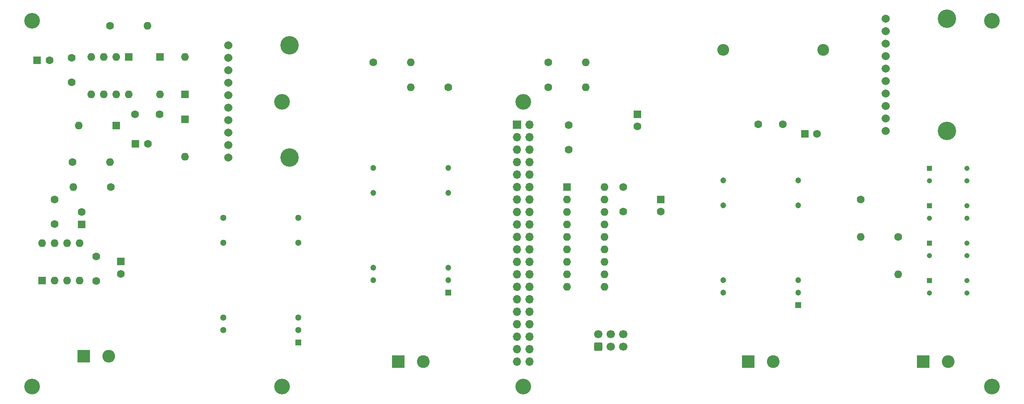
<source format=gbr>
%TF.GenerationSoftware,KiCad,Pcbnew,(6.0.5)*%
%TF.CreationDate,2022-06-27T13:36:31+02:00*%
%TF.ProjectId,VMN,564d4e2e-6b69-4636-9164-5f7063625858,rev?*%
%TF.SameCoordinates,Original*%
%TF.FileFunction,Soldermask,Bot*%
%TF.FilePolarity,Negative*%
%FSLAX46Y46*%
G04 Gerber Fmt 4.6, Leading zero omitted, Abs format (unit mm)*
G04 Created by KiCad (PCBNEW (6.0.5)) date 2022-06-27 13:36:31*
%MOMM*%
%LPD*%
G01*
G04 APERTURE LIST*
G04 Aperture macros list*
%AMRoundRect*
0 Rectangle with rounded corners*
0 $1 Rounding radius*
0 $2 $3 $4 $5 $6 $7 $8 $9 X,Y pos of 4 corners*
0 Add a 4 corners polygon primitive as box body*
4,1,4,$2,$3,$4,$5,$6,$7,$8,$9,$2,$3,0*
0 Add four circle primitives for the rounded corners*
1,1,$1+$1,$2,$3*
1,1,$1+$1,$4,$5*
1,1,$1+$1,$6,$7*
1,1,$1+$1,$8,$9*
0 Add four rect primitives between the rounded corners*
20,1,$1+$1,$2,$3,$4,$5,0*
20,1,$1+$1,$4,$5,$6,$7,0*
20,1,$1+$1,$6,$7,$8,$9,0*
20,1,$1+$1,$8,$9,$2,$3,0*%
G04 Aperture macros list end*
%ADD10C,3.200000*%
%ADD11R,1.600000X1.600000*%
%ADD12C,1.600000*%
%ADD13O,1.600000X1.600000*%
%ADD14RoundRect,0.250000X0.600000X-0.600000X0.600000X0.600000X-0.600000X0.600000X-0.600000X-0.600000X0*%
%ADD15C,1.700000*%
%ADD16C,1.665000*%
%ADD17C,3.750000*%
%ADD18R,2.600000X2.600000*%
%ADD19C,2.600000*%
%ADD20R,1.200000X1.200000*%
%ADD21C,1.200000*%
%ADD22R,1.070000X1.070000*%
%ADD23C,1.070000*%
%ADD24C,2.400000*%
%ADD25O,2.400000X2.400000*%
%ADD26R,1.300000X1.300000*%
%ADD27C,1.300000*%
%ADD28R,1.700000X1.700000*%
%ADD29O,1.700000X1.700000*%
G04 APERTURE END LIST*
D10*
%TO.C,REF\u002A\u002A*%
X95780000Y-124460000D03*
%TD*%
D11*
%TO.C,C10*%
X46000000Y-58000000D03*
D12*
X48500000Y-58000000D03*
%TD*%
%TO.C,R9*%
X114300000Y-58420000D03*
D13*
X121920000Y-58420000D03*
%TD*%
D14*
%TO.C,J6*%
X160015000Y-116322500D03*
D15*
X160015000Y-113782500D03*
X162555000Y-116322500D03*
X162555000Y-113782500D03*
X165095000Y-116322500D03*
X165095000Y-113782500D03*
%TD*%
D12*
%TO.C,R3*%
X60960000Y-83820000D03*
D13*
X53340000Y-83820000D03*
%TD*%
D12*
%TO.C,R8*%
X149860000Y-58420000D03*
D13*
X157480000Y-58420000D03*
%TD*%
D16*
%TO.C,U6*%
X84836000Y-77851000D03*
X84836000Y-75311000D03*
X84836000Y-72771000D03*
X84836000Y-70231000D03*
X84836000Y-67691000D03*
X84836000Y-65151000D03*
X84836000Y-62611000D03*
X84836000Y-60071000D03*
X84836000Y-57531000D03*
X84836000Y-54991000D03*
D17*
X97282000Y-54991000D03*
X97282000Y-77851000D03*
%TD*%
D11*
%TO.C,C9*%
X66000000Y-75000000D03*
D12*
X68500000Y-75000000D03*
%TD*%
D10*
%TO.C,REF\u002A\u002A*%
X144780000Y-124460000D03*
%TD*%
D11*
%TO.C,D4*%
X70940000Y-57330000D03*
D13*
X70940000Y-64950000D03*
%TD*%
D11*
%TO.C,U3*%
X64580000Y-57340000D03*
D13*
X62040000Y-57340000D03*
X59500000Y-57340000D03*
X56960000Y-57340000D03*
X56960000Y-64960000D03*
X59500000Y-64960000D03*
X62040000Y-64960000D03*
X64580000Y-64960000D03*
%TD*%
D10*
%TO.C,REF\u002A\u002A*%
X95780000Y-66460000D03*
%TD*%
D11*
%TO.C,U2*%
X153680000Y-83830000D03*
D13*
X153680000Y-86370000D03*
X153680000Y-88910000D03*
X153680000Y-91450000D03*
X153680000Y-93990000D03*
X153680000Y-96530000D03*
X153680000Y-99070000D03*
X153680000Y-101610000D03*
X153680000Y-104150000D03*
X161300000Y-104150000D03*
X161300000Y-101610000D03*
X161300000Y-99070000D03*
X161300000Y-96530000D03*
X161300000Y-93990000D03*
X161300000Y-91450000D03*
X161300000Y-88910000D03*
X161300000Y-86370000D03*
X161300000Y-83830000D03*
%TD*%
D18*
%TO.C,J2*%
X55455000Y-118305000D03*
D19*
X60535000Y-118305000D03*
%TD*%
D12*
%TO.C,C5*%
X49530000Y-91400000D03*
X49530000Y-86400000D03*
%TD*%
D20*
%TO.C,Alim_5V_ina282_iso1*%
X200630000Y-107880000D03*
D21*
X200630000Y-105340000D03*
X200630000Y-102800000D03*
X200630000Y-87560000D03*
X200630000Y-82480000D03*
X185390000Y-82480000D03*
X185390000Y-87560000D03*
X185390000Y-102800000D03*
X185390000Y-105340000D03*
%TD*%
D12*
%TO.C,C4*%
X58000000Y-103000000D03*
X58000000Y-98000000D03*
%TD*%
D10*
%TO.C,REF\u002A\u002A*%
X240000000Y-124460000D03*
%TD*%
D12*
%TO.C,C1*%
X165100000Y-83860000D03*
X165100000Y-88860000D03*
%TD*%
%TO.C,R10*%
X129540000Y-63500000D03*
D13*
X121920000Y-63500000D03*
%TD*%
D11*
%TO.C,C13*%
X168000000Y-69000000D03*
D12*
X168000000Y-71500000D03*
%TD*%
D18*
%TO.C,J1*%
X226060000Y-119380000D03*
D19*
X231140000Y-119380000D03*
%TD*%
D18*
%TO.C,J3*%
X190500000Y-119380000D03*
D19*
X195580000Y-119380000D03*
%TD*%
D12*
%TO.C,R7*%
X149860000Y-63500000D03*
D13*
X157480000Y-63500000D03*
%TD*%
D11*
%TO.C,U1*%
X47000000Y-102860000D03*
D13*
X49540000Y-102860000D03*
X52080000Y-102860000D03*
X54620000Y-102860000D03*
X54620000Y-95240000D03*
X52080000Y-95240000D03*
X49540000Y-95240000D03*
X47000000Y-95240000D03*
%TD*%
D16*
%TO.C,U5*%
X218440000Y-72390000D03*
X218440000Y-69850000D03*
X218440000Y-67310000D03*
X218440000Y-64770000D03*
X218440000Y-62230000D03*
X218440000Y-59690000D03*
X218440000Y-57150000D03*
X218440000Y-54610000D03*
X218440000Y-52070000D03*
X218440000Y-49530000D03*
D17*
X230886000Y-49530000D03*
X230886000Y-72390000D03*
%TD*%
D22*
%TO.C,K1*%
X227330000Y-102870000D03*
D23*
X227330000Y-105410000D03*
X234950000Y-105410000D03*
X234950000Y-102870000D03*
%TD*%
D11*
%TO.C,D1*%
X76020000Y-70030000D03*
D13*
X76020000Y-77650000D03*
%TD*%
D11*
%TO.C,D3*%
X76020000Y-64950000D03*
D13*
X76020000Y-57330000D03*
%TD*%
D10*
%TO.C,REF\u002A\u002A*%
X45000000Y-50000000D03*
X45000000Y-50000000D03*
%TD*%
D22*
%TO.C,K2*%
X227330000Y-95250000D03*
D23*
X227330000Y-97790000D03*
X234950000Y-97790000D03*
X234950000Y-95250000D03*
%TD*%
D10*
%TO.C,REF\u002A\u002A*%
X240000000Y-50000000D03*
X240000000Y-50000000D03*
%TD*%
D22*
%TO.C,K4*%
X227330000Y-80010000D03*
D23*
X227330000Y-82550000D03*
X234950000Y-82550000D03*
X234950000Y-80010000D03*
%TD*%
D12*
%TO.C,R2*%
X213360000Y-86360000D03*
D13*
X213360000Y-93980000D03*
%TD*%
D12*
%TO.C,C7*%
X65860000Y-69000000D03*
X70860000Y-69000000D03*
%TD*%
%TO.C,R1*%
X220980000Y-93980000D03*
D13*
X220980000Y-101600000D03*
%TD*%
D12*
%TO.C,C8*%
X53000000Y-57500000D03*
X53000000Y-62500000D03*
%TD*%
D20*
%TO.C,Alim_5V_Digital_rasp_iso1540_mcp1*%
X129510000Y-105340000D03*
D21*
X129510000Y-102800000D03*
X129510000Y-100260000D03*
X129510000Y-85020000D03*
X129510000Y-79940000D03*
X114270000Y-79940000D03*
X114270000Y-85020000D03*
X114270000Y-100260000D03*
X114270000Y-102800000D03*
%TD*%
D24*
%TO.C,R6*%
X205740000Y-55880000D03*
D25*
X185420000Y-55880000D03*
%TD*%
D11*
%TO.C,C3*%
X55000000Y-91440000D03*
D12*
X55000000Y-88940000D03*
%TD*%
%TO.C,R4*%
X60780000Y-50980000D03*
D13*
X68400000Y-50980000D03*
%TD*%
D12*
%TO.C,C12*%
X197500000Y-71000000D03*
X192500000Y-71000000D03*
%TD*%
%TO.C,C14*%
X154000000Y-76200000D03*
X154000000Y-71200000D03*
%TD*%
%TO.C,R5*%
X53190000Y-78740000D03*
D13*
X60810000Y-78740000D03*
%TD*%
D10*
%TO.C,REF\u002A\u002A*%
X45000000Y-124460000D03*
%TD*%
D11*
%TO.C,D2*%
X62050000Y-71300000D03*
D13*
X54430000Y-71300000D03*
%TD*%
D26*
%TO.C,Alim_analog_Vmn1*%
X99060000Y-115500000D03*
D27*
X99060000Y-112960000D03*
X99060000Y-110420000D03*
X99060000Y-95180000D03*
X99060000Y-90100000D03*
X83820000Y-90100000D03*
X83820000Y-95180000D03*
X83820000Y-110420000D03*
X83820000Y-112960000D03*
%TD*%
D18*
%TO.C,J5*%
X119380000Y-119380000D03*
D19*
X124460000Y-119380000D03*
%TD*%
D11*
%TO.C,C6*%
X63000000Y-99000000D03*
D12*
X63000000Y-101500000D03*
%TD*%
D11*
%TO.C,C2*%
X172720000Y-86360000D03*
D12*
X172720000Y-88860000D03*
%TD*%
D22*
%TO.C,K3*%
X227330000Y-87630000D03*
D23*
X227330000Y-90170000D03*
X234950000Y-90170000D03*
X234950000Y-87630000D03*
%TD*%
D10*
%TO.C,REF\u002A\u002A*%
X144780000Y-66460000D03*
%TD*%
D11*
%TO.C,C11*%
X202000000Y-73000000D03*
D12*
X204500000Y-73000000D03*
%TD*%
D28*
%TO.C,J4*%
X143510000Y-71120000D03*
D29*
X146050000Y-71120000D03*
X143510000Y-73660000D03*
X146050000Y-73660000D03*
X143510000Y-76200000D03*
X146050000Y-76200000D03*
X143510000Y-78740000D03*
X146050000Y-78740000D03*
X143510000Y-81280000D03*
X146050000Y-81280000D03*
X143510000Y-83820000D03*
X146050000Y-83820000D03*
X143510000Y-86360000D03*
X146050000Y-86360000D03*
X143510000Y-88900000D03*
X146050000Y-88900000D03*
X143510000Y-91440000D03*
X146050000Y-91440000D03*
X143510000Y-93980000D03*
X146050000Y-93980000D03*
X143510000Y-96520000D03*
X146050000Y-96520000D03*
X143510000Y-99060000D03*
X146050000Y-99060000D03*
X143510000Y-101600000D03*
X146050000Y-101600000D03*
X143510000Y-104140000D03*
X146050000Y-104140000D03*
X143510000Y-106680000D03*
X146050000Y-106680000D03*
X143510000Y-109220000D03*
X146050000Y-109220000D03*
X143510000Y-111760000D03*
X146050000Y-111760000D03*
X143510000Y-114300000D03*
X146050000Y-114300000D03*
X143510000Y-116840000D03*
X146050000Y-116840000D03*
X143510000Y-119380000D03*
X146050000Y-119380000D03*
%TD*%
M02*

</source>
